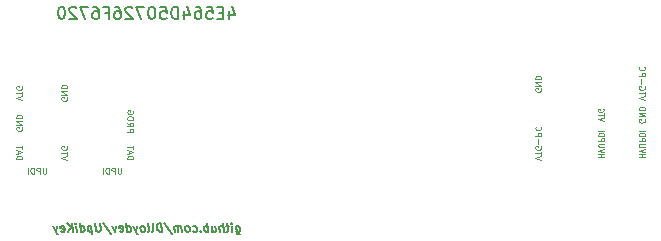
<source format=gbr>
G04 #@! TF.GenerationSoftware,KiCad,Pcbnew,(5.1.5)-3*
G04 #@! TF.CreationDate,2020-10-19T00:58:10-04:00*
G04 #@! TF.ProjectId,Updifier,55706469-6669-4657-922e-6b696361645f,rev?*
G04 #@! TF.SameCoordinates,Original*
G04 #@! TF.FileFunction,Legend,Bot*
G04 #@! TF.FilePolarity,Positive*
%FSLAX46Y46*%
G04 Gerber Fmt 4.6, Leading zero omitted, Abs format (unit mm)*
G04 Created by KiCad (PCBNEW (5.1.5)-3) date 2020-10-19 00:58:10*
%MOMM*%
%LPD*%
G04 APERTURE LIST*
%ADD10C,0.101600*%
%ADD11C,0.127000*%
%ADD12C,0.152400*%
G04 APERTURE END LIST*
D10*
X74001690Y-31606671D02*
X73493690Y-31454271D01*
X74001690Y-31301871D01*
X74001690Y-31214785D02*
X74001690Y-30953528D01*
X73493690Y-31084157D02*
X74001690Y-31084157D01*
X73977500Y-30561642D02*
X74001690Y-30605185D01*
X74001690Y-30670500D01*
X73977500Y-30735814D01*
X73929119Y-30779357D01*
X73880738Y-30801128D01*
X73783976Y-30822900D01*
X73711404Y-30822900D01*
X73614642Y-30801128D01*
X73566261Y-30779357D01*
X73517880Y-30735814D01*
X73493690Y-30670500D01*
X73493690Y-30626957D01*
X73517880Y-30561642D01*
X73542071Y-30539871D01*
X73711404Y-30539871D01*
X73711404Y-30626957D01*
D11*
X42854827Y-40487600D02*
X42926793Y-41063333D01*
X42969127Y-41131066D01*
X43007227Y-41164933D01*
X43079193Y-41198800D01*
X43180793Y-41198800D01*
X43244293Y-41164933D01*
X42909860Y-40927866D02*
X42981827Y-40961733D01*
X43117293Y-40961733D01*
X43180793Y-40927866D01*
X43210427Y-40894000D01*
X43235827Y-40826266D01*
X43210427Y-40623066D01*
X43168093Y-40555333D01*
X43129993Y-40521466D01*
X43058027Y-40487600D01*
X42922560Y-40487600D01*
X42859060Y-40521466D01*
X42575427Y-40961733D02*
X42516160Y-40487600D01*
X42486527Y-40250533D02*
X42524627Y-40284400D01*
X42494993Y-40318266D01*
X42456893Y-40284400D01*
X42486527Y-40250533D01*
X42494993Y-40318266D01*
X42279093Y-40487600D02*
X42008160Y-40487600D01*
X42147860Y-40250533D02*
X42224060Y-40860133D01*
X42198660Y-40927866D01*
X42135160Y-40961733D01*
X42067427Y-40961733D01*
X41830360Y-40961733D02*
X41741460Y-40250533D01*
X41525560Y-40961733D02*
X41478993Y-40589200D01*
X41504393Y-40521466D01*
X41567893Y-40487600D01*
X41669493Y-40487600D01*
X41741460Y-40521466D01*
X41779560Y-40555333D01*
X40822827Y-40487600D02*
X40882093Y-40961733D01*
X41127627Y-40487600D02*
X41174193Y-40860133D01*
X41148793Y-40927866D01*
X41085293Y-40961733D01*
X40983693Y-40961733D01*
X40911727Y-40927866D01*
X40873627Y-40894000D01*
X40543427Y-40961733D02*
X40454527Y-40250533D01*
X40488393Y-40521466D02*
X40416427Y-40487600D01*
X40280960Y-40487600D01*
X40217460Y-40521466D01*
X40187827Y-40555333D01*
X40162427Y-40623066D01*
X40187827Y-40826266D01*
X40230160Y-40894000D01*
X40268260Y-40927866D01*
X40340227Y-40961733D01*
X40475693Y-40961733D01*
X40539193Y-40927866D01*
X39891493Y-40894000D02*
X39861860Y-40927866D01*
X39899960Y-40961733D01*
X39929593Y-40927866D01*
X39891493Y-40894000D01*
X39899960Y-40961733D01*
X39252260Y-40927866D02*
X39324227Y-40961733D01*
X39459693Y-40961733D01*
X39523193Y-40927866D01*
X39552827Y-40894000D01*
X39578227Y-40826266D01*
X39552827Y-40623066D01*
X39510493Y-40555333D01*
X39472393Y-40521466D01*
X39400427Y-40487600D01*
X39264960Y-40487600D01*
X39201460Y-40521466D01*
X38850093Y-40961733D02*
X38913593Y-40927866D01*
X38943227Y-40894000D01*
X38968627Y-40826266D01*
X38943227Y-40623066D01*
X38900893Y-40555333D01*
X38862793Y-40521466D01*
X38790827Y-40487600D01*
X38689227Y-40487600D01*
X38625727Y-40521466D01*
X38596093Y-40555333D01*
X38570693Y-40623066D01*
X38596093Y-40826266D01*
X38638427Y-40894000D01*
X38676527Y-40927866D01*
X38748493Y-40961733D01*
X38850093Y-40961733D01*
X38308227Y-40961733D02*
X38248960Y-40487600D01*
X38257427Y-40555333D02*
X38219327Y-40521466D01*
X38147360Y-40487600D01*
X38045760Y-40487600D01*
X37982260Y-40521466D01*
X37956860Y-40589200D01*
X38003427Y-40961733D01*
X37956860Y-40589200D02*
X37914527Y-40521466D01*
X37842560Y-40487600D01*
X37740960Y-40487600D01*
X37677460Y-40521466D01*
X37652060Y-40589200D01*
X37698627Y-40961733D01*
X36758827Y-40216666D02*
X37482727Y-41131066D01*
X36614893Y-40961733D02*
X36525993Y-40250533D01*
X36356660Y-40250533D01*
X36259293Y-40284400D01*
X36200027Y-40352133D01*
X36174627Y-40419866D01*
X36157693Y-40555333D01*
X36170393Y-40656933D01*
X36221193Y-40792400D01*
X36263527Y-40860133D01*
X36339727Y-40927866D01*
X36445560Y-40961733D01*
X36614893Y-40961733D01*
X35802093Y-40961733D02*
X35865593Y-40927866D01*
X35890993Y-40860133D01*
X35814793Y-40250533D01*
X35429560Y-40961733D02*
X35493060Y-40927866D01*
X35518460Y-40860133D01*
X35442260Y-40250533D01*
X35057027Y-40961733D02*
X35120527Y-40927866D01*
X35150160Y-40894000D01*
X35175560Y-40826266D01*
X35150160Y-40623066D01*
X35107827Y-40555333D01*
X35069727Y-40521466D01*
X34997760Y-40487600D01*
X34896160Y-40487600D01*
X34832660Y-40521466D01*
X34803027Y-40555333D01*
X34777627Y-40623066D01*
X34803027Y-40826266D01*
X34845360Y-40894000D01*
X34883460Y-40927866D01*
X34955427Y-40961733D01*
X35057027Y-40961733D01*
X34523627Y-40487600D02*
X34413560Y-40961733D01*
X34184960Y-40487600D02*
X34413560Y-40961733D01*
X34502460Y-41131066D01*
X34540560Y-41164933D01*
X34612527Y-41198800D01*
X33668493Y-40961733D02*
X33579593Y-40250533D01*
X33664260Y-40927866D02*
X33736227Y-40961733D01*
X33871693Y-40961733D01*
X33935193Y-40927866D01*
X33964827Y-40894000D01*
X33990227Y-40826266D01*
X33964827Y-40623066D01*
X33922493Y-40555333D01*
X33884393Y-40521466D01*
X33812427Y-40487600D01*
X33676960Y-40487600D01*
X33613460Y-40521466D01*
X33054660Y-40927866D02*
X33126627Y-40961733D01*
X33262093Y-40961733D01*
X33325593Y-40927866D01*
X33350993Y-40860133D01*
X33317127Y-40589200D01*
X33274793Y-40521466D01*
X33202827Y-40487600D01*
X33067360Y-40487600D01*
X33003860Y-40521466D01*
X32978460Y-40589200D01*
X32986927Y-40656933D01*
X33334060Y-40724666D01*
X32728693Y-40487600D02*
X32618627Y-40961733D01*
X32390027Y-40487600D01*
X31577227Y-40216666D02*
X32301127Y-41131066D01*
X31344393Y-40250533D02*
X31416360Y-40826266D01*
X31390960Y-40894000D01*
X31361327Y-40927866D01*
X31297827Y-40961733D01*
X31162360Y-40961733D01*
X31090393Y-40927866D01*
X31052293Y-40894000D01*
X31009960Y-40826266D01*
X30937993Y-40250533D01*
X30628960Y-40487600D02*
X30717860Y-41198800D01*
X30633193Y-40521466D02*
X30561227Y-40487600D01*
X30425760Y-40487600D01*
X30362260Y-40521466D01*
X30332627Y-40555333D01*
X30307227Y-40623066D01*
X30332627Y-40826266D01*
X30374960Y-40894000D01*
X30413060Y-40927866D01*
X30485027Y-40961733D01*
X30620493Y-40961733D01*
X30683993Y-40927866D01*
X29739960Y-40961733D02*
X29651060Y-40250533D01*
X29735727Y-40927866D02*
X29807693Y-40961733D01*
X29943160Y-40961733D01*
X30006660Y-40927866D01*
X30036293Y-40894000D01*
X30061693Y-40826266D01*
X30036293Y-40623066D01*
X29993960Y-40555333D01*
X29955860Y-40521466D01*
X29883893Y-40487600D01*
X29748427Y-40487600D01*
X29684927Y-40521466D01*
X29401293Y-40961733D02*
X29342027Y-40487600D01*
X29312393Y-40250533D02*
X29350493Y-40284400D01*
X29320860Y-40318266D01*
X29282760Y-40284400D01*
X29312393Y-40250533D01*
X29320860Y-40318266D01*
X29062627Y-40961733D02*
X28973727Y-40250533D01*
X28656227Y-40961733D02*
X28910227Y-40555333D01*
X28567327Y-40250533D02*
X29024527Y-40656933D01*
X28076260Y-40927866D02*
X28148227Y-40961733D01*
X28283693Y-40961733D01*
X28347193Y-40927866D01*
X28372593Y-40860133D01*
X28338727Y-40589200D01*
X28296393Y-40521466D01*
X28224427Y-40487600D01*
X28088960Y-40487600D01*
X28025460Y-40521466D01*
X28000060Y-40589200D01*
X28008527Y-40656933D01*
X28355660Y-40724666D01*
X27750293Y-40487600D02*
X27640227Y-40961733D01*
X27411627Y-40487600D02*
X27640227Y-40961733D01*
X27729127Y-41131066D01*
X27767227Y-41164933D01*
X27839193Y-41198800D01*
D10*
X33159095Y-35535809D02*
X33159095Y-35947047D01*
X33134904Y-35995428D01*
X33110714Y-36019619D01*
X33062333Y-36043809D01*
X32965571Y-36043809D01*
X32917190Y-36019619D01*
X32893000Y-35995428D01*
X32868809Y-35947047D01*
X32868809Y-35535809D01*
X32626904Y-36043809D02*
X32626904Y-35535809D01*
X32433380Y-35535809D01*
X32385000Y-35560000D01*
X32360809Y-35584190D01*
X32336619Y-35632571D01*
X32336619Y-35705142D01*
X32360809Y-35753523D01*
X32385000Y-35777714D01*
X32433380Y-35801904D01*
X32626904Y-35801904D01*
X32118904Y-36043809D02*
X32118904Y-35535809D01*
X31997952Y-35535809D01*
X31925380Y-35560000D01*
X31877000Y-35608380D01*
X31852809Y-35656761D01*
X31828619Y-35753523D01*
X31828619Y-35826095D01*
X31852809Y-35922857D01*
X31877000Y-35971238D01*
X31925380Y-36019619D01*
X31997952Y-36043809D01*
X32118904Y-36043809D01*
X31610904Y-36043809D02*
X31610904Y-35535809D01*
X26809095Y-35535809D02*
X26809095Y-35947047D01*
X26784904Y-35995428D01*
X26760714Y-36019619D01*
X26712333Y-36043809D01*
X26615571Y-36043809D01*
X26567190Y-36019619D01*
X26543000Y-35995428D01*
X26518809Y-35947047D01*
X26518809Y-35535809D01*
X26276904Y-36043809D02*
X26276904Y-35535809D01*
X26083380Y-35535809D01*
X26035000Y-35560000D01*
X26010809Y-35584190D01*
X25986619Y-35632571D01*
X25986619Y-35705142D01*
X26010809Y-35753523D01*
X26035000Y-35777714D01*
X26083380Y-35801904D01*
X26276904Y-35801904D01*
X25768904Y-36043809D02*
X25768904Y-35535809D01*
X25647952Y-35535809D01*
X25575380Y-35560000D01*
X25527000Y-35608380D01*
X25502809Y-35656761D01*
X25478619Y-35753523D01*
X25478619Y-35826095D01*
X25502809Y-35922857D01*
X25527000Y-35971238D01*
X25575380Y-36019619D01*
X25647952Y-36043809D01*
X25768904Y-36043809D01*
X25260904Y-36043809D02*
X25260904Y-35535809D01*
X33679190Y-32530142D02*
X34187190Y-32530142D01*
X34187190Y-32336619D01*
X34163000Y-32288238D01*
X34138809Y-32264047D01*
X34090428Y-32239857D01*
X34017857Y-32239857D01*
X33969476Y-32264047D01*
X33945285Y-32288238D01*
X33921095Y-32336619D01*
X33921095Y-32530142D01*
X33679190Y-31731857D02*
X33921095Y-31901190D01*
X33679190Y-32022142D02*
X34187190Y-32022142D01*
X34187190Y-31828619D01*
X34163000Y-31780238D01*
X34138809Y-31756047D01*
X34090428Y-31731857D01*
X34017857Y-31731857D01*
X33969476Y-31756047D01*
X33945285Y-31780238D01*
X33921095Y-31828619D01*
X33921095Y-32022142D01*
X34187190Y-31417380D02*
X34187190Y-31320619D01*
X34163000Y-31272238D01*
X34114619Y-31223857D01*
X34017857Y-31199666D01*
X33848523Y-31199666D01*
X33751761Y-31223857D01*
X33703380Y-31272238D01*
X33679190Y-31320619D01*
X33679190Y-31417380D01*
X33703380Y-31465761D01*
X33751761Y-31514142D01*
X33848523Y-31538333D01*
X34017857Y-31538333D01*
X34114619Y-31514142D01*
X34163000Y-31465761D01*
X34187190Y-31417380D01*
X34163000Y-30715857D02*
X34187190Y-30764238D01*
X34187190Y-30836809D01*
X34163000Y-30909380D01*
X34114619Y-30957761D01*
X34066238Y-30981952D01*
X33969476Y-31006142D01*
X33896904Y-31006142D01*
X33800142Y-30981952D01*
X33751761Y-30957761D01*
X33703380Y-30909380D01*
X33679190Y-30836809D01*
X33679190Y-30788428D01*
X33703380Y-30715857D01*
X33727571Y-30691666D01*
X33896904Y-30691666D01*
X33896904Y-30788428D01*
X73557190Y-34660114D02*
X74065190Y-34660114D01*
X73823285Y-34660114D02*
X73823285Y-34398857D01*
X73557190Y-34398857D02*
X74065190Y-34398857D01*
X74065190Y-34246457D02*
X73557190Y-34094057D01*
X74065190Y-33941657D01*
X74065190Y-33789257D02*
X73653952Y-33789257D01*
X73605571Y-33767485D01*
X73581380Y-33745714D01*
X73557190Y-33702171D01*
X73557190Y-33615085D01*
X73581380Y-33571542D01*
X73605571Y-33549771D01*
X73653952Y-33528000D01*
X74065190Y-33528000D01*
X73557190Y-33310285D02*
X74065190Y-33310285D01*
X74065190Y-33136114D01*
X74041000Y-33092571D01*
X74016809Y-33070800D01*
X73968428Y-33049028D01*
X73895857Y-33049028D01*
X73847476Y-33070800D01*
X73823285Y-33092571D01*
X73799095Y-33136114D01*
X73799095Y-33310285D01*
X73557190Y-32853085D02*
X74065190Y-32853085D01*
X74065190Y-32744228D01*
X74041000Y-32678914D01*
X73992619Y-32635371D01*
X73944238Y-32613600D01*
X73847476Y-32591828D01*
X73774904Y-32591828D01*
X73678142Y-32613600D01*
X73629761Y-32635371D01*
X73581380Y-32678914D01*
X73557190Y-32744228D01*
X73557190Y-32853085D01*
X73557190Y-32395885D02*
X74065190Y-32395885D01*
X68707000Y-28835047D02*
X68731190Y-28883428D01*
X68731190Y-28956000D01*
X68707000Y-29028571D01*
X68658619Y-29076952D01*
X68610238Y-29101142D01*
X68513476Y-29125333D01*
X68440904Y-29125333D01*
X68344142Y-29101142D01*
X68295761Y-29076952D01*
X68247380Y-29028571D01*
X68223190Y-28956000D01*
X68223190Y-28907619D01*
X68247380Y-28835047D01*
X68271571Y-28810857D01*
X68440904Y-28810857D01*
X68440904Y-28907619D01*
X68223190Y-28593142D02*
X68731190Y-28593142D01*
X68223190Y-28302857D01*
X68731190Y-28302857D01*
X68223190Y-28060952D02*
X68731190Y-28060952D01*
X68731190Y-27940000D01*
X68707000Y-27867428D01*
X68658619Y-27819047D01*
X68610238Y-27794857D01*
X68513476Y-27770666D01*
X68440904Y-27770666D01*
X68344142Y-27794857D01*
X68295761Y-27819047D01*
X68247380Y-27867428D01*
X68223190Y-27940000D01*
X68223190Y-28060952D01*
X68731190Y-34903833D02*
X68223190Y-34734500D01*
X68731190Y-34565166D01*
X68731190Y-34468404D02*
X68731190Y-34178119D01*
X68223190Y-34323261D02*
X68731190Y-34323261D01*
X68707000Y-33742690D02*
X68731190Y-33791071D01*
X68731190Y-33863642D01*
X68707000Y-33936214D01*
X68658619Y-33984595D01*
X68610238Y-34008785D01*
X68513476Y-34032976D01*
X68440904Y-34032976D01*
X68344142Y-34008785D01*
X68295761Y-33984595D01*
X68247380Y-33936214D01*
X68223190Y-33863642D01*
X68223190Y-33815261D01*
X68247380Y-33742690D01*
X68271571Y-33718500D01*
X68440904Y-33718500D01*
X68440904Y-33815261D01*
X68416714Y-33500785D02*
X68416714Y-33113738D01*
X68223190Y-32871833D02*
X68731190Y-32871833D01*
X68731190Y-32678309D01*
X68707000Y-32629928D01*
X68682809Y-32605738D01*
X68634428Y-32581547D01*
X68561857Y-32581547D01*
X68513476Y-32605738D01*
X68489285Y-32629928D01*
X68465095Y-32678309D01*
X68465095Y-32871833D01*
X68271571Y-32073547D02*
X68247380Y-32097738D01*
X68223190Y-32170309D01*
X68223190Y-32218690D01*
X68247380Y-32291261D01*
X68295761Y-32339642D01*
X68344142Y-32363833D01*
X68440904Y-32388023D01*
X68513476Y-32388023D01*
X68610238Y-32363833D01*
X68658619Y-32339642D01*
X68707000Y-32291261D01*
X68731190Y-32218690D01*
X68731190Y-32170309D01*
X68707000Y-32097738D01*
X68682809Y-32073547D01*
X76986190Y-34660114D02*
X77494190Y-34660114D01*
X77252285Y-34660114D02*
X77252285Y-34398857D01*
X76986190Y-34398857D02*
X77494190Y-34398857D01*
X77494190Y-34246457D02*
X76986190Y-34094057D01*
X77494190Y-33941657D01*
X77494190Y-33789257D02*
X77082952Y-33789257D01*
X77034571Y-33767485D01*
X77010380Y-33745714D01*
X76986190Y-33702171D01*
X76986190Y-33615085D01*
X77010380Y-33571542D01*
X77034571Y-33549771D01*
X77082952Y-33528000D01*
X77494190Y-33528000D01*
X76986190Y-33310285D02*
X77494190Y-33310285D01*
X77494190Y-33136114D01*
X77470000Y-33092571D01*
X77445809Y-33070800D01*
X77397428Y-33049028D01*
X77324857Y-33049028D01*
X77276476Y-33070800D01*
X77252285Y-33092571D01*
X77228095Y-33136114D01*
X77228095Y-33310285D01*
X76986190Y-32853085D02*
X77494190Y-32853085D01*
X77494190Y-32744228D01*
X77470000Y-32678914D01*
X77421619Y-32635371D01*
X77373238Y-32613600D01*
X77276476Y-32591828D01*
X77203904Y-32591828D01*
X77107142Y-32613600D01*
X77058761Y-32635371D01*
X77010380Y-32678914D01*
X76986190Y-32744228D01*
X76986190Y-32853085D01*
X76986190Y-32395885D02*
X77494190Y-32395885D01*
X77470000Y-31438547D02*
X77494190Y-31486928D01*
X77494190Y-31559500D01*
X77470000Y-31632071D01*
X77421619Y-31680452D01*
X77373238Y-31704642D01*
X77276476Y-31728833D01*
X77203904Y-31728833D01*
X77107142Y-31704642D01*
X77058761Y-31680452D01*
X77010380Y-31632071D01*
X76986190Y-31559500D01*
X76986190Y-31511119D01*
X77010380Y-31438547D01*
X77034571Y-31414357D01*
X77203904Y-31414357D01*
X77203904Y-31511119D01*
X76986190Y-31196642D02*
X77494190Y-31196642D01*
X76986190Y-30906357D01*
X77494190Y-30906357D01*
X76986190Y-30664452D02*
X77494190Y-30664452D01*
X77494190Y-30543500D01*
X77470000Y-30470928D01*
X77421619Y-30422547D01*
X77373238Y-30398357D01*
X77276476Y-30374166D01*
X77203904Y-30374166D01*
X77107142Y-30398357D01*
X77058761Y-30422547D01*
X77010380Y-30470928D01*
X76986190Y-30543500D01*
X76986190Y-30664452D01*
X77494190Y-29823833D02*
X76986190Y-29654500D01*
X77494190Y-29485166D01*
X77494190Y-29388404D02*
X77494190Y-29098119D01*
X76986190Y-29243261D02*
X77494190Y-29243261D01*
X77470000Y-28662690D02*
X77494190Y-28711071D01*
X77494190Y-28783642D01*
X77470000Y-28856214D01*
X77421619Y-28904595D01*
X77373238Y-28928785D01*
X77276476Y-28952976D01*
X77203904Y-28952976D01*
X77107142Y-28928785D01*
X77058761Y-28904595D01*
X77010380Y-28856214D01*
X76986190Y-28783642D01*
X76986190Y-28735261D01*
X77010380Y-28662690D01*
X77034571Y-28638500D01*
X77203904Y-28638500D01*
X77203904Y-28735261D01*
X77179714Y-28420785D02*
X77179714Y-28033738D01*
X76986190Y-27791833D02*
X77494190Y-27791833D01*
X77494190Y-27598309D01*
X77470000Y-27549928D01*
X77445809Y-27525738D01*
X77397428Y-27501547D01*
X77324857Y-27501547D01*
X77276476Y-27525738D01*
X77252285Y-27549928D01*
X77228095Y-27598309D01*
X77228095Y-27791833D01*
X77034571Y-26993547D02*
X77010380Y-27017738D01*
X76986190Y-27090309D01*
X76986190Y-27138690D01*
X77010380Y-27211261D01*
X77058761Y-27259642D01*
X77107142Y-27283833D01*
X77203904Y-27308023D01*
X77276476Y-27308023D01*
X77373238Y-27283833D01*
X77421619Y-27259642D01*
X77470000Y-27211261D01*
X77494190Y-27138690D01*
X77494190Y-27090309D01*
X77470000Y-27017738D01*
X77445809Y-26993547D01*
X24789190Y-29826857D02*
X24281190Y-29657523D01*
X24789190Y-29488190D01*
X24789190Y-29391428D02*
X24789190Y-29101142D01*
X24281190Y-29246285D02*
X24789190Y-29246285D01*
X24765000Y-28665714D02*
X24789190Y-28714095D01*
X24789190Y-28786666D01*
X24765000Y-28859238D01*
X24716619Y-28907619D01*
X24668238Y-28931809D01*
X24571476Y-28956000D01*
X24498904Y-28956000D01*
X24402142Y-28931809D01*
X24353761Y-28907619D01*
X24305380Y-28859238D01*
X24281190Y-28786666D01*
X24281190Y-28738285D01*
X24305380Y-28665714D01*
X24329571Y-28641523D01*
X24498904Y-28641523D01*
X24498904Y-28738285D01*
X24765000Y-32137047D02*
X24789190Y-32185428D01*
X24789190Y-32258000D01*
X24765000Y-32330571D01*
X24716619Y-32378952D01*
X24668238Y-32403142D01*
X24571476Y-32427333D01*
X24498904Y-32427333D01*
X24402142Y-32403142D01*
X24353761Y-32378952D01*
X24305380Y-32330571D01*
X24281190Y-32258000D01*
X24281190Y-32209619D01*
X24305380Y-32137047D01*
X24329571Y-32112857D01*
X24498904Y-32112857D01*
X24498904Y-32209619D01*
X24281190Y-31895142D02*
X24789190Y-31895142D01*
X24281190Y-31604857D01*
X24789190Y-31604857D01*
X24281190Y-31362952D02*
X24789190Y-31362952D01*
X24789190Y-31242000D01*
X24765000Y-31169428D01*
X24716619Y-31121047D01*
X24668238Y-31096857D01*
X24571476Y-31072666D01*
X24498904Y-31072666D01*
X24402142Y-31096857D01*
X24353761Y-31121047D01*
X24305380Y-31169428D01*
X24281190Y-31242000D01*
X24281190Y-31362952D01*
X24281190Y-34834285D02*
X24789190Y-34834285D01*
X24789190Y-34713333D01*
X24765000Y-34640761D01*
X24716619Y-34592380D01*
X24668238Y-34568190D01*
X24571476Y-34544000D01*
X24498904Y-34544000D01*
X24402142Y-34568190D01*
X24353761Y-34592380D01*
X24305380Y-34640761D01*
X24281190Y-34713333D01*
X24281190Y-34834285D01*
X24426333Y-34350476D02*
X24426333Y-34108571D01*
X24281190Y-34398857D02*
X24789190Y-34229523D01*
X24281190Y-34060190D01*
X24789190Y-33963428D02*
X24789190Y-33673142D01*
X24281190Y-33818285D02*
X24789190Y-33818285D01*
X28575000Y-29597047D02*
X28599190Y-29645428D01*
X28599190Y-29718000D01*
X28575000Y-29790571D01*
X28526619Y-29838952D01*
X28478238Y-29863142D01*
X28381476Y-29887333D01*
X28308904Y-29887333D01*
X28212142Y-29863142D01*
X28163761Y-29838952D01*
X28115380Y-29790571D01*
X28091190Y-29718000D01*
X28091190Y-29669619D01*
X28115380Y-29597047D01*
X28139571Y-29572857D01*
X28308904Y-29572857D01*
X28308904Y-29669619D01*
X28091190Y-29355142D02*
X28599190Y-29355142D01*
X28091190Y-29064857D01*
X28599190Y-29064857D01*
X28091190Y-28822952D02*
X28599190Y-28822952D01*
X28599190Y-28702000D01*
X28575000Y-28629428D01*
X28526619Y-28581047D01*
X28478238Y-28556857D01*
X28381476Y-28532666D01*
X28308904Y-28532666D01*
X28212142Y-28556857D01*
X28163761Y-28581047D01*
X28115380Y-28629428D01*
X28091190Y-28702000D01*
X28091190Y-28822952D01*
X28599190Y-34906857D02*
X28091190Y-34737523D01*
X28599190Y-34568190D01*
X28599190Y-34471428D02*
X28599190Y-34181142D01*
X28091190Y-34326285D02*
X28599190Y-34326285D01*
X28575000Y-33745714D02*
X28599190Y-33794095D01*
X28599190Y-33866666D01*
X28575000Y-33939238D01*
X28526619Y-33987619D01*
X28478238Y-34011809D01*
X28381476Y-34036000D01*
X28308904Y-34036000D01*
X28212142Y-34011809D01*
X28163761Y-33987619D01*
X28115380Y-33939238D01*
X28091190Y-33866666D01*
X28091190Y-33818285D01*
X28115380Y-33745714D01*
X28139571Y-33721523D01*
X28308904Y-33721523D01*
X28308904Y-33818285D01*
X33679190Y-34834285D02*
X34187190Y-34834285D01*
X34187190Y-34713333D01*
X34163000Y-34640761D01*
X34114619Y-34592380D01*
X34066238Y-34568190D01*
X33969476Y-34544000D01*
X33896904Y-34544000D01*
X33800142Y-34568190D01*
X33751761Y-34592380D01*
X33703380Y-34640761D01*
X33679190Y-34713333D01*
X33679190Y-34834285D01*
X33824333Y-34350476D02*
X33824333Y-34108571D01*
X33679190Y-34398857D02*
X34187190Y-34229523D01*
X33679190Y-34060190D01*
X34187190Y-33963428D02*
X34187190Y-33673142D01*
X33679190Y-33818285D02*
X34187190Y-33818285D01*
D12*
X42321238Y-22261285D02*
X42321238Y-22938619D01*
X42563142Y-21874238D02*
X42805047Y-22599952D01*
X42176095Y-22599952D01*
X41789047Y-22406428D02*
X41450380Y-22406428D01*
X41305238Y-22938619D02*
X41789047Y-22938619D01*
X41789047Y-21922619D01*
X41305238Y-21922619D01*
X40386000Y-21922619D02*
X40869809Y-21922619D01*
X40918190Y-22406428D01*
X40869809Y-22358047D01*
X40773047Y-22309666D01*
X40531142Y-22309666D01*
X40434380Y-22358047D01*
X40386000Y-22406428D01*
X40337619Y-22503190D01*
X40337619Y-22745095D01*
X40386000Y-22841857D01*
X40434380Y-22890238D01*
X40531142Y-22938619D01*
X40773047Y-22938619D01*
X40869809Y-22890238D01*
X40918190Y-22841857D01*
X39466761Y-21922619D02*
X39660285Y-21922619D01*
X39757047Y-21971000D01*
X39805428Y-22019380D01*
X39902190Y-22164523D01*
X39950571Y-22358047D01*
X39950571Y-22745095D01*
X39902190Y-22841857D01*
X39853809Y-22890238D01*
X39757047Y-22938619D01*
X39563523Y-22938619D01*
X39466761Y-22890238D01*
X39418380Y-22841857D01*
X39370000Y-22745095D01*
X39370000Y-22503190D01*
X39418380Y-22406428D01*
X39466761Y-22358047D01*
X39563523Y-22309666D01*
X39757047Y-22309666D01*
X39853809Y-22358047D01*
X39902190Y-22406428D01*
X39950571Y-22503190D01*
X38499142Y-22261285D02*
X38499142Y-22938619D01*
X38741047Y-21874238D02*
X38982952Y-22599952D01*
X38354000Y-22599952D01*
X37966952Y-22938619D02*
X37966952Y-21922619D01*
X37725047Y-21922619D01*
X37579904Y-21971000D01*
X37483142Y-22067761D01*
X37434761Y-22164523D01*
X37386380Y-22358047D01*
X37386380Y-22503190D01*
X37434761Y-22696714D01*
X37483142Y-22793476D01*
X37579904Y-22890238D01*
X37725047Y-22938619D01*
X37966952Y-22938619D01*
X36467142Y-21922619D02*
X36950952Y-21922619D01*
X36999333Y-22406428D01*
X36950952Y-22358047D01*
X36854190Y-22309666D01*
X36612285Y-22309666D01*
X36515523Y-22358047D01*
X36467142Y-22406428D01*
X36418761Y-22503190D01*
X36418761Y-22745095D01*
X36467142Y-22841857D01*
X36515523Y-22890238D01*
X36612285Y-22938619D01*
X36854190Y-22938619D01*
X36950952Y-22890238D01*
X36999333Y-22841857D01*
X35789809Y-21922619D02*
X35693047Y-21922619D01*
X35596285Y-21971000D01*
X35547904Y-22019380D01*
X35499523Y-22116142D01*
X35451142Y-22309666D01*
X35451142Y-22551571D01*
X35499523Y-22745095D01*
X35547904Y-22841857D01*
X35596285Y-22890238D01*
X35693047Y-22938619D01*
X35789809Y-22938619D01*
X35886571Y-22890238D01*
X35934952Y-22841857D01*
X35983333Y-22745095D01*
X36031714Y-22551571D01*
X36031714Y-22309666D01*
X35983333Y-22116142D01*
X35934952Y-22019380D01*
X35886571Y-21971000D01*
X35789809Y-21922619D01*
X35112476Y-21922619D02*
X34435142Y-21922619D01*
X34870571Y-22938619D01*
X34096476Y-22019380D02*
X34048095Y-21971000D01*
X33951333Y-21922619D01*
X33709428Y-21922619D01*
X33612666Y-21971000D01*
X33564285Y-22019380D01*
X33515904Y-22116142D01*
X33515904Y-22212904D01*
X33564285Y-22358047D01*
X34144857Y-22938619D01*
X33515904Y-22938619D01*
X32645047Y-21922619D02*
X32838571Y-21922619D01*
X32935333Y-21971000D01*
X32983714Y-22019380D01*
X33080476Y-22164523D01*
X33128857Y-22358047D01*
X33128857Y-22745095D01*
X33080476Y-22841857D01*
X33032095Y-22890238D01*
X32935333Y-22938619D01*
X32741809Y-22938619D01*
X32645047Y-22890238D01*
X32596666Y-22841857D01*
X32548285Y-22745095D01*
X32548285Y-22503190D01*
X32596666Y-22406428D01*
X32645047Y-22358047D01*
X32741809Y-22309666D01*
X32935333Y-22309666D01*
X33032095Y-22358047D01*
X33080476Y-22406428D01*
X33128857Y-22503190D01*
X31774190Y-22406428D02*
X32112857Y-22406428D01*
X32112857Y-22938619D02*
X32112857Y-21922619D01*
X31629047Y-21922619D01*
X30806571Y-21922619D02*
X31000095Y-21922619D01*
X31096857Y-21971000D01*
X31145238Y-22019380D01*
X31242000Y-22164523D01*
X31290380Y-22358047D01*
X31290380Y-22745095D01*
X31242000Y-22841857D01*
X31193619Y-22890238D01*
X31096857Y-22938619D01*
X30903333Y-22938619D01*
X30806571Y-22890238D01*
X30758190Y-22841857D01*
X30709809Y-22745095D01*
X30709809Y-22503190D01*
X30758190Y-22406428D01*
X30806571Y-22358047D01*
X30903333Y-22309666D01*
X31096857Y-22309666D01*
X31193619Y-22358047D01*
X31242000Y-22406428D01*
X31290380Y-22503190D01*
X30371142Y-21922619D02*
X29693809Y-21922619D01*
X30129238Y-22938619D01*
X29355142Y-22019380D02*
X29306761Y-21971000D01*
X29210000Y-21922619D01*
X28968095Y-21922619D01*
X28871333Y-21971000D01*
X28822952Y-22019380D01*
X28774571Y-22116142D01*
X28774571Y-22212904D01*
X28822952Y-22358047D01*
X29403523Y-22938619D01*
X28774571Y-22938619D01*
X28145619Y-21922619D02*
X28048857Y-21922619D01*
X27952095Y-21971000D01*
X27903714Y-22019380D01*
X27855333Y-22116142D01*
X27806952Y-22309666D01*
X27806952Y-22551571D01*
X27855333Y-22745095D01*
X27903714Y-22841857D01*
X27952095Y-22890238D01*
X28048857Y-22938619D01*
X28145619Y-22938619D01*
X28242380Y-22890238D01*
X28290761Y-22841857D01*
X28339142Y-22745095D01*
X28387523Y-22551571D01*
X28387523Y-22309666D01*
X28339142Y-22116142D01*
X28290761Y-22019380D01*
X28242380Y-21971000D01*
X28145619Y-21922619D01*
M02*

</source>
